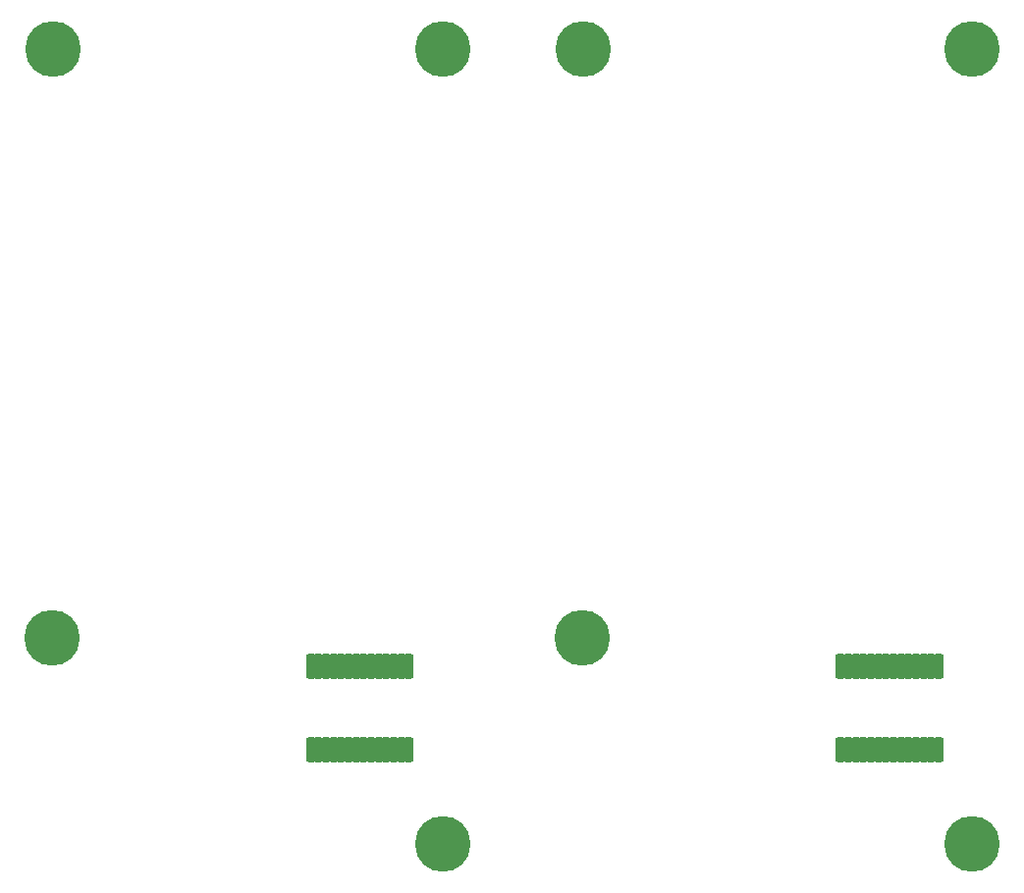
<source format=gbs>
%TF.GenerationSoftware,KiCad,Pcbnew,(6.0.5-0)*%
%TF.CreationDate,2022-06-25T23:29:46+09:00*%
%TF.ProjectId,MTCH6102_breakout,4d544348-3631-4303-925f-627265616b6f,rev?*%
%TF.SameCoordinates,Original*%
%TF.FileFunction,Soldermask,Bot*%
%TF.FilePolarity,Negative*%
%FSLAX46Y46*%
G04 Gerber Fmt 4.6, Leading zero omitted, Abs format (unit mm)*
G04 Created by KiCad (PCBNEW (6.0.5-0)) date 2022-06-25 23:29:46*
%MOMM*%
%LPD*%
G01*
G04 APERTURE LIST*
G04 Aperture macros list*
%AMRoundRect*
0 Rectangle with rounded corners*
0 $1 Rounding radius*
0 $2 $3 $4 $5 $6 $7 $8 $9 X,Y pos of 4 corners*
0 Add a 4 corners polygon primitive as box body*
4,1,4,$2,$3,$4,$5,$6,$7,$8,$9,$2,$3,0*
0 Add four circle primitives for the rounded corners*
1,1,$1+$1,$2,$3*
1,1,$1+$1,$4,$5*
1,1,$1+$1,$6,$7*
1,1,$1+$1,$8,$9*
0 Add four rect primitives between the rounded corners*
20,1,$1+$1,$2,$3,$4,$5,0*
20,1,$1+$1,$4,$5,$6,$7,0*
20,1,$1+$1,$6,$7,$8,$9,0*
20,1,$1+$1,$8,$9,$2,$3,0*%
G04 Aperture macros list end*
%ADD10C,1.100000*%
%ADD11C,4.800000*%
%ADD12RoundRect,0.200000X-0.225000X0.875000X-0.225000X-0.875000X0.225000X-0.875000X0.225000X0.875000X0*%
G04 APERTURE END LIST*
D10*
X189738624Y-97254172D03*
X186921898Y-98420898D03*
X187405172Y-97254172D03*
X187405172Y-99587624D03*
D11*
X188571898Y-98420898D03*
D10*
X188571898Y-96770898D03*
X188571898Y-100070898D03*
X190221898Y-98420898D03*
X189738624Y-99587624D03*
X153750172Y-150387624D03*
X154916898Y-147570898D03*
X153266898Y-149220898D03*
X153750172Y-148054172D03*
X156083624Y-148054172D03*
X156566898Y-149220898D03*
X154916898Y-150870898D03*
D11*
X154916898Y-149220898D03*
D10*
X156083624Y-150387624D03*
X187405172Y-168167624D03*
X188571898Y-168650898D03*
X186921898Y-167000898D03*
X189738624Y-168167624D03*
X188571898Y-165350898D03*
D11*
X188571898Y-167000898D03*
D10*
X190221898Y-167000898D03*
X189738624Y-165834172D03*
X187405172Y-165834172D03*
D12*
X177212898Y-158852898D03*
X177862898Y-158852898D03*
X178512898Y-158852898D03*
X179162898Y-158852898D03*
X179812898Y-158852898D03*
X180462898Y-158852898D03*
X181112898Y-158852898D03*
X181762898Y-158852898D03*
X182412898Y-158852898D03*
X183062898Y-158852898D03*
X183712898Y-158852898D03*
X184362898Y-158852898D03*
X185012898Y-158852898D03*
X185662898Y-158852898D03*
X185662898Y-151652898D03*
X185012898Y-151652898D03*
X184362898Y-151652898D03*
X183712898Y-151652898D03*
X183062898Y-151652898D03*
X182412898Y-151652898D03*
X181762898Y-151652898D03*
X181112898Y-151652898D03*
X180462898Y-151652898D03*
X179812898Y-151652898D03*
X179162898Y-151652898D03*
X178512898Y-151652898D03*
X177862898Y-151652898D03*
X177212898Y-151652898D03*
D10*
X156147124Y-97254172D03*
X153813672Y-97254172D03*
X153330398Y-98420898D03*
X156630398Y-98420898D03*
X153813672Y-99587624D03*
X154980398Y-96770898D03*
D11*
X154980398Y-98420898D03*
D10*
X154980398Y-100070898D03*
X156147124Y-99587624D03*
X110457124Y-97254172D03*
X108123672Y-97254172D03*
X107640398Y-98420898D03*
X110940398Y-98420898D03*
X108123672Y-99587624D03*
X109290398Y-96770898D03*
D11*
X109290398Y-98420898D03*
D10*
X109290398Y-100070898D03*
X110457124Y-99587624D03*
D12*
X131522898Y-158852898D03*
X132172898Y-158852898D03*
X132822898Y-158852898D03*
X133472898Y-158852898D03*
X134122898Y-158852898D03*
X134772898Y-158852898D03*
X135422898Y-158852898D03*
X136072898Y-158852898D03*
X136722898Y-158852898D03*
X137372898Y-158852898D03*
X138022898Y-158852898D03*
X138672898Y-158852898D03*
X139322898Y-158852898D03*
X139972898Y-158852898D03*
X139972898Y-151652898D03*
X139322898Y-151652898D03*
X138672898Y-151652898D03*
X138022898Y-151652898D03*
X137372898Y-151652898D03*
X136722898Y-151652898D03*
X136072898Y-151652898D03*
X135422898Y-151652898D03*
X134772898Y-151652898D03*
X134122898Y-151652898D03*
X133472898Y-151652898D03*
X132822898Y-151652898D03*
X132172898Y-151652898D03*
X131522898Y-151652898D03*
D10*
X141715172Y-168167624D03*
X142881898Y-168650898D03*
X141231898Y-167000898D03*
X144048624Y-168167624D03*
X142881898Y-165350898D03*
D11*
X142881898Y-167000898D03*
D10*
X144531898Y-167000898D03*
X144048624Y-165834172D03*
X141715172Y-165834172D03*
X108060172Y-150387624D03*
X109226898Y-147570898D03*
X107576898Y-149220898D03*
X108060172Y-148054172D03*
X110393624Y-148054172D03*
X110876898Y-149220898D03*
X109226898Y-150870898D03*
D11*
X109226898Y-149220898D03*
D10*
X110393624Y-150387624D03*
X144048624Y-97254172D03*
X141231898Y-98420898D03*
X141715172Y-97254172D03*
X141715172Y-99587624D03*
D11*
X142881898Y-98420898D03*
D10*
X142881898Y-96770898D03*
X142881898Y-100070898D03*
X144531898Y-98420898D03*
X144048624Y-99587624D03*
M02*

</source>
